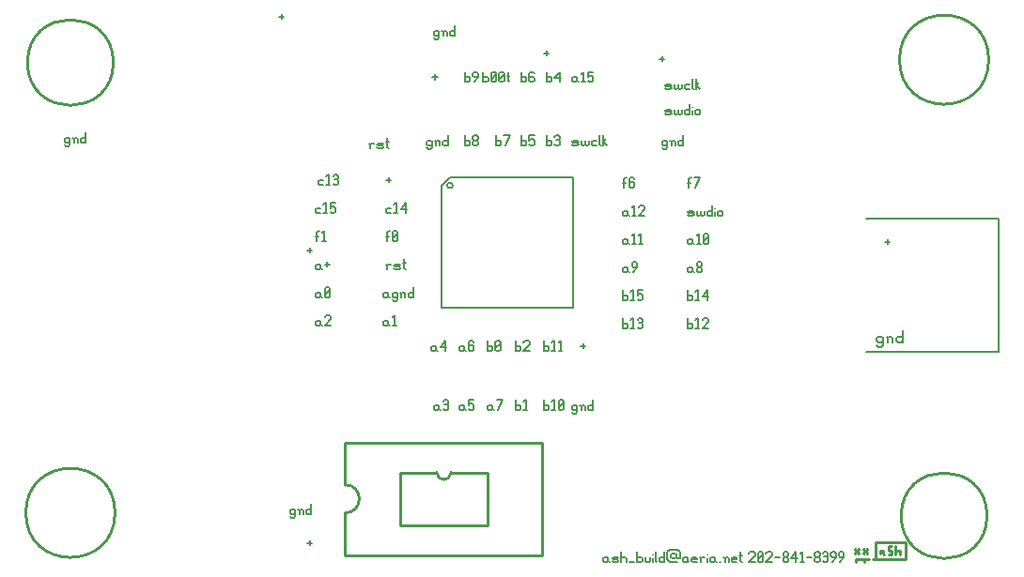
<source format=gbr>
G04 start of page 10 for group -4079 idx -4079 *
G04 Title: (unknown), topsilk *
G04 Creator: pcb 4.2.0 *
G04 CreationDate: Mon May  4 13:26:18 2020 UTC *
G04 For: xpi *
G04 Format: Gerber/RS-274X *
G04 PCB-Dimensions (mil): 3500.00 2000.00 *
G04 PCB-Coordinate-Origin: lower left *
%MOIN*%
%FSLAX25Y25*%
%LNTOPSILK*%
%ADD82C,0.0080*%
%ADD81C,0.0100*%
%ADD80C,0.0060*%
G54D80*X210320Y4360D02*X210760Y3920D01*
X209440Y4360D02*X210320D01*
X209000Y3920D02*X209440Y4360D01*
X209000Y3920D02*Y3040D01*
X209440Y2600D01*
X210760Y4360D02*Y3040D01*
X211200Y2600D01*
X209440D02*X210320D01*
X210760Y3040D01*
X212696Y2600D02*X214016D01*
X214456Y3040D01*
X214016Y3480D02*X214456Y3040D01*
X212696Y3480D02*X214016D01*
X212256Y3920D02*X212696Y3480D01*
X212256Y3920D02*X212696Y4360D01*
X214016D01*
X214456Y3920D01*
X212256Y3040D02*X212696Y2600D01*
X215512Y6120D02*Y2600D01*
Y3920D02*X215952Y4360D01*
X216832D01*
X217272Y3920D01*
Y2600D01*
X218328D02*X220088D01*
X221144Y6120D02*Y2600D01*
Y3040D02*X221584Y2600D01*
X222464D01*
X222904Y3040D01*
Y3920D02*Y3040D01*
X222464Y4360D02*X222904Y3920D01*
X221584Y4360D02*X222464D01*
X221144Y3920D02*X221584Y4360D01*
X223960D02*Y3040D01*
X224400Y2600D01*
X225280D01*
X225720Y3040D01*
Y4360D02*Y3040D01*
X226776Y5240D02*Y5152D01*
Y3920D02*Y2600D01*
X227656Y6120D02*Y3040D01*
X228096Y2600D01*
X230736Y6120D02*Y2600D01*
X230296D02*X230736Y3040D01*
X229416Y2600D02*X230296D01*
X228976Y3040D02*X229416Y2600D01*
X228976Y3920D02*Y3040D01*
Y3920D02*X229416Y4360D01*
X230296D01*
X230736Y3920D01*
X231792Y6120D02*Y3480D01*
X232672Y2600D01*
X235312D01*
X236192Y6120D02*Y3920D01*
Y6120D02*X235312Y7000D01*
X232672D02*X235312D01*
X232672D02*X231792Y6120D01*
X233112Y5240D02*Y4360D01*
X233552Y3920D01*
X234432D01*
X234872Y4360D01*
X235312Y3920D01*
X234872Y5680D02*Y4360D01*
Y5240D02*X234432Y5680D01*
X233552D02*X234432D01*
X233552D02*X233112Y5240D01*
X235312Y3920D02*X236192D01*
X238568Y4360D02*X239008Y3920D01*
X237688Y4360D02*X238568D01*
X237248Y3920D02*X237688Y4360D01*
X237248Y3920D02*Y3040D01*
X237688Y2600D01*
X239008Y4360D02*Y3040D01*
X239448Y2600D01*
X237688D02*X238568D01*
X239008Y3040D01*
X240944Y2600D02*X242264D01*
X240504Y3040D02*X240944Y2600D01*
X240504Y3920D02*Y3040D01*
Y3920D02*X240944Y4360D01*
X241824D01*
X242264Y3920D01*
X240504Y3480D02*X242264D01*
Y3920D02*Y3480D01*
X243760Y3920D02*Y2600D01*
Y3920D02*X244200Y4360D01*
X245080D01*
X243320D02*X243760Y3920D01*
X246136Y5240D02*Y5152D01*
Y3920D02*Y2600D01*
X248336Y4360D02*X248776Y3920D01*
X247456Y4360D02*X248336D01*
X247016Y3920D02*X247456Y4360D01*
X247016Y3920D02*Y3040D01*
X247456Y2600D01*
X248776Y4360D02*Y3040D01*
X249216Y2600D01*
X247456D02*X248336D01*
X248776Y3040D01*
X250272Y2600D02*X250712D01*
X252208Y3920D02*Y2600D01*
Y3920D02*X252648Y4360D01*
X253088D01*
X253528Y3920D01*
Y2600D01*
X251768Y4360D02*X252208Y3920D01*
X255024Y2600D02*X256344D01*
X254584Y3040D02*X255024Y2600D01*
X254584Y3920D02*Y3040D01*
Y3920D02*X255024Y4360D01*
X255904D01*
X256344Y3920D01*
X254584Y3480D02*X256344D01*
Y3920D02*Y3480D01*
X257840Y6120D02*Y3040D01*
X258280Y2600D01*
X257400Y4800D02*X258280D01*
X260744Y5680D02*X261184Y6120D01*
X262504D01*
X262944Y5680D01*
Y4800D01*
X260744Y2600D02*X262944Y4800D01*
X260744Y2600D02*X262944D01*
X264000Y3040D02*X264440Y2600D01*
X264000Y5680D02*Y3040D01*
Y5680D02*X264440Y6120D01*
X265320D01*
X265760Y5680D01*
Y3040D01*
X265320Y2600D02*X265760Y3040D01*
X264440Y2600D02*X265320D01*
X264000Y3480D02*X265760Y5240D01*
X266816Y5680D02*X267256Y6120D01*
X268576D01*
X269016Y5680D01*
Y4800D01*
X266816Y2600D02*X269016Y4800D01*
X266816Y2600D02*X269016D01*
X270072Y4360D02*X271832D01*
X272888Y3040D02*X273328Y2600D01*
X272888Y3744D02*Y3040D01*
Y3744D02*X273504Y4360D01*
X274032D01*
X274648Y3744D01*
Y3040D01*
X274208Y2600D02*X274648Y3040D01*
X273328Y2600D02*X274208D01*
X272888Y4976D02*X273504Y4360D01*
X272888Y5680D02*Y4976D01*
Y5680D02*X273328Y6120D01*
X274208D01*
X274648Y5680D01*
Y4976D01*
X274032Y4360D02*X274648Y4976D01*
X275704Y3920D02*X277464Y6120D01*
X275704Y3920D02*X277904D01*
X277464Y6120D02*Y2600D01*
X278960Y5416D02*X279664Y6120D01*
Y2600D01*
X278960D02*X280280D01*
X281336Y4360D02*X283096D01*
X284152Y3040D02*X284592Y2600D01*
X284152Y3744D02*Y3040D01*
Y3744D02*X284768Y4360D01*
X285296D01*
X285912Y3744D01*
Y3040D01*
X285472Y2600D02*X285912Y3040D01*
X284592Y2600D02*X285472D01*
X284152Y4976D02*X284768Y4360D01*
X284152Y5680D02*Y4976D01*
Y5680D02*X284592Y6120D01*
X285472D01*
X285912Y5680D01*
Y4976D01*
X285296Y4360D02*X285912Y4976D01*
X286968Y5680D02*X287408Y6120D01*
X288288D01*
X288728Y5680D01*
X288288Y2600D02*X288728Y3040D01*
X287408Y2600D02*X288288D01*
X286968Y3040D02*X287408Y2600D01*
Y4536D02*X288288D01*
X288728Y5680D02*Y4976D01*
Y4096D02*Y3040D01*
Y4096D02*X288288Y4536D01*
X288728Y4976D02*X288288Y4536D01*
X290224Y2600D02*X291544Y4360D01*
Y5680D02*Y4360D01*
X291104Y6120D02*X291544Y5680D01*
X290224Y6120D02*X291104D01*
X289784Y5680D02*X290224Y6120D01*
X289784Y5680D02*Y4800D01*
X290224Y4360D01*
X291544D01*
X293040Y2600D02*X294360Y4360D01*
Y5680D02*Y4360D01*
X293920Y6120D02*X294360Y5680D01*
X293040Y6120D02*X293920D01*
X292600Y5680D02*X293040Y6120D01*
X292600Y5680D02*Y4800D01*
X293040Y4360D01*
X294360D01*
X309000Y116360D02*X310760D01*
X309880Y117240D02*Y115480D01*
X307650Y82700D02*X308200Y82150D01*
X306550Y82700D02*X307650D01*
X306000Y82150D02*X306550Y82700D01*
X306000Y82150D02*Y81050D01*
X306550Y80500D01*
X307650D01*
X308200Y81050D01*
X306000Y79400D02*X306550Y78850D01*
X307650D01*
X308200Y79400D01*
Y82700D02*Y79400D01*
X310070Y82150D02*Y80500D01*
Y82150D02*X310620Y82700D01*
X311170D01*
X311720Y82150D01*
Y80500D01*
X309520Y82700D02*X310070Y82150D01*
X315240Y84900D02*Y80500D01*
X314690D02*X315240Y81050D01*
X313590Y80500D02*X314690D01*
X313040Y81050D02*X313590Y80500D01*
X313040Y82150D02*Y81050D01*
Y82150D02*X313590Y82700D01*
X314690D01*
X315240Y82150D01*
X239440Y125600D02*X240760D01*
X241200Y126040D01*
X240760Y126480D02*X241200Y126040D01*
X239440Y126480D02*X240760D01*
X239000Y126920D02*X239440Y126480D01*
X239000Y126920D02*X239440Y127360D01*
X240760D01*
X241200Y126920D01*
X239000Y126040D02*X239440Y125600D01*
X242256Y127360D02*Y126040D01*
X242696Y125600D01*
X243136D01*
X243576Y126040D01*
Y127360D02*Y126040D01*
X244016Y125600D01*
X244456D01*
X244896Y126040D01*
Y127360D02*Y126040D01*
X247712Y129120D02*Y125600D01*
X247272D02*X247712Y126040D01*
X246392Y125600D02*X247272D01*
X245952Y126040D02*X246392Y125600D01*
X245952Y126920D02*Y126040D01*
Y126920D02*X246392Y127360D01*
X247272D01*
X247712Y126920D01*
X248768Y128240D02*Y128152D01*
Y126920D02*Y125600D01*
X249648Y126920D02*Y126040D01*
Y126920D02*X250088Y127360D01*
X250968D01*
X251408Y126920D01*
Y126040D01*
X250968Y125600D02*X251408Y126040D01*
X250088Y125600D02*X250968D01*
X249648Y126040D02*X250088Y125600D01*
X240320Y117360D02*X240760Y116920D01*
X239440Y117360D02*X240320D01*
X239000Y116920D02*X239440Y117360D01*
X239000Y116920D02*Y116040D01*
X239440Y115600D01*
X240760Y117360D02*Y116040D01*
X241200Y115600D01*
X239440D02*X240320D01*
X240760Y116040D01*
X242256Y118416D02*X242960Y119120D01*
Y115600D01*
X242256D02*X243576D01*
X244632Y116040D02*X245072Y115600D01*
X244632Y118680D02*Y116040D01*
Y118680D02*X245072Y119120D01*
X245952D01*
X246392Y118680D01*
Y116040D01*
X245952Y115600D02*X246392Y116040D01*
X245072Y115600D02*X245952D01*
X244632Y116480D02*X246392Y118240D01*
X240320Y107360D02*X240760Y106920D01*
X239440Y107360D02*X240320D01*
X239000Y106920D02*X239440Y107360D01*
X239000Y106920D02*Y106040D01*
X239440Y105600D01*
X240760Y107360D02*Y106040D01*
X241200Y105600D01*
X239440D02*X240320D01*
X240760Y106040D01*
X242256D02*X242696Y105600D01*
X242256Y106744D02*Y106040D01*
Y106744D02*X242872Y107360D01*
X243400D01*
X244016Y106744D01*
Y106040D01*
X243576Y105600D02*X244016Y106040D01*
X242696Y105600D02*X243576D01*
X242256Y107976D02*X242872Y107360D01*
X242256Y108680D02*Y107976D01*
Y108680D02*X242696Y109120D01*
X243576D01*
X244016Y108680D01*
Y107976D01*
X243400Y107360D02*X244016Y107976D01*
X239000Y99120D02*Y95600D01*
Y96040D02*X239440Y95600D01*
X240320D01*
X240760Y96040D01*
Y96920D02*Y96040D01*
X240320Y97360D02*X240760Y96920D01*
X239440Y97360D02*X240320D01*
X239000Y96920D02*X239440Y97360D01*
X241816Y98416D02*X242520Y99120D01*
Y95600D01*
X241816D02*X243136D01*
X244192Y96920D02*X245952Y99120D01*
X244192Y96920D02*X246392D01*
X245952Y99120D02*Y95600D01*
X239000Y89120D02*Y85600D01*
Y86040D02*X239440Y85600D01*
X240320D01*
X240760Y86040D01*
Y86920D02*Y86040D01*
X240320Y87360D02*X240760Y86920D01*
X239440Y87360D02*X240320D01*
X239000Y86920D02*X239440Y87360D01*
X241816Y88416D02*X242520Y89120D01*
Y85600D01*
X241816D02*X243136D01*
X244192Y88680D02*X244632Y89120D01*
X245952D01*
X246392Y88680D01*
Y87800D01*
X244192Y85600D02*X246392Y87800D01*
X244192Y85600D02*X246392D01*
X216000Y89120D02*Y85600D01*
Y86040D02*X216440Y85600D01*
X217320D01*
X217760Y86040D01*
Y86920D02*Y86040D01*
X217320Y87360D02*X217760Y86920D01*
X216440Y87360D02*X217320D01*
X216000Y86920D02*X216440Y87360D01*
X218816Y88416D02*X219520Y89120D01*
Y85600D01*
X218816D02*X220136D01*
X221192Y88680D02*X221632Y89120D01*
X222512D01*
X222952Y88680D01*
X222512Y85600D02*X222952Y86040D01*
X221632Y85600D02*X222512D01*
X221192Y86040D02*X221632Y85600D01*
Y87536D02*X222512D01*
X222952Y88680D02*Y87976D01*
Y87096D02*Y86040D01*
Y87096D02*X222512Y87536D01*
X222952Y87976D02*X222512Y87536D01*
X216000Y99120D02*Y95600D01*
Y96040D02*X216440Y95600D01*
X217320D01*
X217760Y96040D01*
Y96920D02*Y96040D01*
X217320Y97360D02*X217760Y96920D01*
X216440Y97360D02*X217320D01*
X216000Y96920D02*X216440Y97360D01*
X218816Y98416D02*X219520Y99120D01*
Y95600D01*
X218816D02*X220136D01*
X221192Y99120D02*X222952D01*
X221192D02*Y97360D01*
X221632Y97800D01*
X222512D01*
X222952Y97360D01*
Y96040D01*
X222512Y95600D02*X222952Y96040D01*
X221632Y95600D02*X222512D01*
X221192Y96040D02*X221632Y95600D01*
X217320Y107360D02*X217760Y106920D01*
X216440Y107360D02*X217320D01*
X216000Y106920D02*X216440Y107360D01*
X216000Y106920D02*Y106040D01*
X216440Y105600D01*
X217760Y107360D02*Y106040D01*
X218200Y105600D01*
X216440D02*X217320D01*
X217760Y106040D01*
X219696Y105600D02*X221016Y107360D01*
Y108680D02*Y107360D01*
X220576Y109120D02*X221016Y108680D01*
X219696Y109120D02*X220576D01*
X219256Y108680D02*X219696Y109120D01*
X219256Y108680D02*Y107800D01*
X219696Y107360D01*
X221016D01*
X217320Y117360D02*X217760Y116920D01*
X216440Y117360D02*X217320D01*
X216000Y116920D02*X216440Y117360D01*
X216000Y116920D02*Y116040D01*
X216440Y115600D01*
X217760Y117360D02*Y116040D01*
X218200Y115600D01*
X216440D02*X217320D01*
X217760Y116040D01*
X219256Y118416D02*X219960Y119120D01*
Y115600D01*
X219256D02*X220576D01*
X221632Y118416D02*X222336Y119120D01*
Y115600D01*
X221632D02*X222952D01*
X217320Y127360D02*X217760Y126920D01*
X216440Y127360D02*X217320D01*
X216000Y126920D02*X216440Y127360D01*
X216000Y126920D02*Y126040D01*
X216440Y125600D01*
X217760Y127360D02*Y126040D01*
X218200Y125600D01*
X216440D02*X217320D01*
X217760Y126040D01*
X219256Y128416D02*X219960Y129120D01*
Y125600D01*
X219256D02*X220576D01*
X221632Y128680D02*X222072Y129120D01*
X223392D01*
X223832Y128680D01*
Y127800D01*
X221632Y125600D02*X223832Y127800D01*
X221632Y125600D02*X223832D01*
X132000Y138360D02*X133760D01*
X132880Y139240D02*Y137480D01*
X132440Y128360D02*X133760D01*
X132000Y127920D02*X132440Y128360D01*
X132000Y127920D02*Y127040D01*
X132440Y126600D01*
X133760D01*
X134816Y129416D02*X135520Y130120D01*
Y126600D01*
X134816D02*X136136D01*
X137192Y127920D02*X138952Y130120D01*
X137192Y127920D02*X139392D01*
X138952Y130120D02*Y126600D01*
X132440Y119680D02*Y116600D01*
Y119680D02*X132880Y120120D01*
X133320D01*
X132000Y118360D02*X132880D01*
X134200Y117040D02*X134640Y116600D01*
X134200Y119680D02*Y117040D01*
Y119680D02*X134640Y120120D01*
X135520D01*
X135960Y119680D01*
Y117040D01*
X135520Y116600D02*X135960Y117040D01*
X134640Y116600D02*X135520D01*
X134200Y117480D02*X135960Y119240D01*
X132440Y107920D02*Y106600D01*
Y107920D02*X132880Y108360D01*
X133760D01*
X132000D02*X132440Y107920D01*
X135256Y106600D02*X136576D01*
X137016Y107040D01*
X136576Y107480D02*X137016Y107040D01*
X135256Y107480D02*X136576D01*
X134816Y107920D02*X135256Y107480D01*
X134816Y107920D02*X135256Y108360D01*
X136576D01*
X137016Y107920D01*
X134816Y107040D02*X135256Y106600D01*
X138512Y110120D02*Y107040D01*
X138952Y106600D01*
X138072Y108800D02*X138952D01*
X132320Y98360D02*X132760Y97920D01*
X131440Y98360D02*X132320D01*
X131000Y97920D02*X131440Y98360D01*
X131000Y97920D02*Y97040D01*
X131440Y96600D01*
X132760Y98360D02*Y97040D01*
X133200Y96600D01*
X131440D02*X132320D01*
X132760Y97040D01*
X135576Y98360D02*X136016Y97920D01*
X134696Y98360D02*X135576D01*
X134256Y97920D02*X134696Y98360D01*
X134256Y97920D02*Y97040D01*
X134696Y96600D01*
X135576D01*
X136016Y97040D01*
X134256Y95720D02*X134696Y95280D01*
X135576D01*
X136016Y95720D01*
Y98360D02*Y95720D01*
X137512Y97920D02*Y96600D01*
Y97920D02*X137952Y98360D01*
X138392D01*
X138832Y97920D01*
Y96600D01*
X137072Y98360D02*X137512Y97920D01*
X141648Y100120D02*Y96600D01*
X141208D02*X141648Y97040D01*
X140328Y96600D02*X141208D01*
X139888Y97040D02*X140328Y96600D01*
X139888Y97920D02*Y97040D01*
Y97920D02*X140328Y98360D01*
X141208D01*
X141648Y97920D01*
X107440Y128360D02*X108760D01*
X107000Y127920D02*X107440Y128360D01*
X107000Y127920D02*Y127040D01*
X107440Y126600D01*
X108760D01*
X109816Y129416D02*X110520Y130120D01*
Y126600D01*
X109816D02*X111136D01*
X112192Y130120D02*X113952D01*
X112192D02*Y128360D01*
X112632Y128800D01*
X113512D01*
X113952Y128360D01*
Y127040D01*
X113512Y126600D02*X113952Y127040D01*
X112632Y126600D02*X113512D01*
X112192Y127040D02*X112632Y126600D01*
X107440Y119680D02*Y116600D01*
Y119680D02*X107880Y120120D01*
X108320D01*
X107000Y118360D02*X107880D01*
X109200Y119416D02*X109904Y120120D01*
Y116600D01*
X109200D02*X110520D01*
X108320Y108360D02*X108760Y107920D01*
X107440Y108360D02*X108320D01*
X107000Y107920D02*X107440Y108360D01*
X107000Y107920D02*Y107040D01*
X107440Y106600D01*
X108760Y108360D02*Y107040D01*
X109200Y106600D01*
X107440D02*X108320D01*
X108760Y107040D01*
X110256Y108360D02*X112016D01*
X111136Y109240D02*Y107480D01*
X108320Y98360D02*X108760Y97920D01*
X107440Y98360D02*X108320D01*
X107000Y97920D02*X107440Y98360D01*
X107000Y97920D02*Y97040D01*
X107440Y96600D01*
X108760Y98360D02*Y97040D01*
X109200Y96600D01*
X107440D02*X108320D01*
X108760Y97040D01*
X110256D02*X110696Y96600D01*
X110256Y99680D02*Y97040D01*
Y99680D02*X110696Y100120D01*
X111576D01*
X112016Y99680D01*
Y97040D01*
X111576Y96600D02*X112016Y97040D01*
X110696Y96600D02*X111576D01*
X110256Y97480D02*X112016Y99240D01*
X108320Y88360D02*X108760Y87920D01*
X107440Y88360D02*X108320D01*
X107000Y87920D02*X107440Y88360D01*
X107000Y87920D02*Y87040D01*
X107440Y86600D01*
X108760Y88360D02*Y87040D01*
X109200Y86600D01*
X107440D02*X108320D01*
X108760Y87040D01*
X110256Y89680D02*X110696Y90120D01*
X112016D01*
X112456Y89680D01*
Y88800D01*
X110256Y86600D02*X112456Y88800D01*
X110256Y86600D02*X112456D01*
X99320Y21360D02*X99760Y20920D01*
X98440Y21360D02*X99320D01*
X98000Y20920D02*X98440Y21360D01*
X98000Y20920D02*Y20040D01*
X98440Y19600D01*
X99320D01*
X99760Y20040D01*
X98000Y18720D02*X98440Y18280D01*
X99320D01*
X99760Y18720D01*
Y21360D02*Y18720D01*
X101256Y20920D02*Y19600D01*
Y20920D02*X101696Y21360D01*
X102136D01*
X102576Y20920D01*
Y19600D01*
X100816Y21360D02*X101256Y20920D01*
X105392Y23120D02*Y19600D01*
X104952D02*X105392Y20040D01*
X104072Y19600D02*X104952D01*
X103632Y20040D02*X104072Y19600D01*
X103632Y20920D02*Y20040D01*
Y20920D02*X104072Y21360D01*
X104952D01*
X105392Y20920D01*
X104000Y9360D02*X105760D01*
X104880Y10240D02*Y8480D01*
X104000Y113360D02*X105760D01*
X104880Y114240D02*Y112480D01*
X108440Y138360D02*X109760D01*
X108000Y137920D02*X108440Y138360D01*
X108000Y137920D02*Y137040D01*
X108440Y136600D01*
X109760D01*
X110816Y139416D02*X111520Y140120D01*
Y136600D01*
X110816D02*X112136D01*
X113192Y139680D02*X113632Y140120D01*
X114512D01*
X114952Y139680D01*
X114512Y136600D02*X114952Y137040D01*
X113632Y136600D02*X114512D01*
X113192Y137040D02*X113632Y136600D01*
Y138536D02*X114512D01*
X114952Y139680D02*Y138976D01*
Y138096D02*Y137040D01*
Y138096D02*X114512Y138536D01*
X114952Y138976D02*X114512Y138536D01*
X239440Y138680D02*Y135600D01*
Y138680D02*X239880Y139120D01*
X240320D01*
X239000Y137360D02*X239880D01*
X241640Y135600D02*X243400Y139120D01*
X241200D02*X243400D01*
X216440Y138680D02*Y135600D01*
Y138680D02*X216880Y139120D01*
X217320D01*
X216000Y137360D02*X216880D01*
X219520Y139120D02*X219960Y138680D01*
X218640Y139120D02*X219520D01*
X218200Y138680D02*X218640Y139120D01*
X218200Y138680D02*Y136040D01*
X218640Y135600D01*
X219520Y137536D02*X219960Y137096D01*
X218200Y137536D02*X219520D01*
X218640Y135600D02*X219520D01*
X219960Y136040D01*
Y137096D02*Y136040D01*
X148500Y174860D02*X150260D01*
X149380Y175740D02*Y173980D01*
X166500Y176620D02*Y173100D01*
Y173540D02*X166940Y173100D01*
X167820D01*
X168260Y173540D01*
Y174420D02*Y173540D01*
X167820Y174860D02*X168260Y174420D01*
X166940Y174860D02*X167820D01*
X166500Y174420D02*X166940Y174860D01*
X169316Y173540D02*X169756Y173100D01*
X169316Y176180D02*Y173540D01*
Y176180D02*X169756Y176620D01*
X170636D01*
X171076Y176180D01*
Y173540D01*
X170636Y173100D02*X171076Y173540D01*
X169756Y173100D02*X170636D01*
X169316Y173980D02*X171076Y175740D01*
X172132Y173540D02*X172572Y173100D01*
X172132Y176180D02*Y173540D01*
Y176180D02*X172572Y176620D01*
X173452D01*
X173892Y176180D01*
Y173540D01*
X173452Y173100D02*X173892Y173540D01*
X172572Y173100D02*X173452D01*
X172132Y173980D02*X173892Y175740D01*
X175388Y176620D02*Y173540D01*
X175828Y173100D01*
X174948Y175300D02*X175828D01*
X160000Y176620D02*Y173100D01*
Y173540D02*X160440Y173100D01*
X161320D01*
X161760Y173540D01*
Y174420D02*Y173540D01*
X161320Y174860D02*X161760Y174420D01*
X160440Y174860D02*X161320D01*
X160000Y174420D02*X160440Y174860D01*
X163256Y173100D02*X164576Y174860D01*
Y176180D02*Y174860D01*
X164136Y176620D02*X164576Y176180D01*
X163256Y176620D02*X164136D01*
X162816Y176180D02*X163256Y176620D01*
X162816Y176180D02*Y175300D01*
X163256Y174860D01*
X164576D01*
X160000Y154120D02*Y150600D01*
Y151040D02*X160440Y150600D01*
X161320D01*
X161760Y151040D01*
Y151920D02*Y151040D01*
X161320Y152360D02*X161760Y151920D01*
X160440Y152360D02*X161320D01*
X160000Y151920D02*X160440Y152360D01*
X162816Y151040D02*X163256Y150600D01*
X162816Y151744D02*Y151040D01*
Y151744D02*X163432Y152360D01*
X163960D01*
X164576Y151744D01*
Y151040D01*
X164136Y150600D02*X164576Y151040D01*
X163256Y150600D02*X164136D01*
X162816Y152976D02*X163432Y152360D01*
X162816Y153680D02*Y152976D01*
Y153680D02*X163256Y154120D01*
X164136D01*
X164576Y153680D01*
Y152976D01*
X163960Y152360D02*X164576Y152976D01*
X171000Y154120D02*Y150600D01*
Y151040D02*X171440Y150600D01*
X172320D01*
X172760Y151040D01*
Y151920D02*Y151040D01*
X172320Y152360D02*X172760Y151920D01*
X171440Y152360D02*X172320D01*
X171000Y151920D02*X171440Y152360D01*
X174256Y150600D02*X176016Y154120D01*
X173816D02*X176016D01*
X147820Y152360D02*X148260Y151920D01*
X146940Y152360D02*X147820D01*
X146500Y151920D02*X146940Y152360D01*
X146500Y151920D02*Y151040D01*
X146940Y150600D01*
X147820D01*
X148260Y151040D01*
X146500Y149720D02*X146940Y149280D01*
X147820D01*
X148260Y149720D01*
Y152360D02*Y149720D01*
X149756Y151920D02*Y150600D01*
Y151920D02*X150196Y152360D01*
X150636D01*
X151076Y151920D01*
Y150600D01*
X149316Y152360D02*X149756Y151920D01*
X153892Y154120D02*Y150600D01*
X153452D02*X153892Y151040D01*
X152572Y150600D02*X153452D01*
X152132Y151040D02*X152572Y150600D01*
X152132Y151920D02*Y151040D01*
Y151920D02*X152572Y152360D01*
X153452D01*
X153892Y151920D01*
X126440Y150920D02*Y149600D01*
Y150920D02*X126880Y151360D01*
X127760D01*
X126000D02*X126440Y150920D01*
X129256Y149600D02*X130576D01*
X131016Y150040D01*
X130576Y150480D02*X131016Y150040D01*
X129256Y150480D02*X130576D01*
X128816Y150920D02*X129256Y150480D01*
X128816Y150920D02*X129256Y151360D01*
X130576D01*
X131016Y150920D01*
X128816Y150040D02*X129256Y149600D01*
X132512Y153120D02*Y150040D01*
X132952Y149600D01*
X132072Y151800D02*X132952D01*
X19320Y153360D02*X19760Y152920D01*
X18440Y153360D02*X19320D01*
X18000Y152920D02*X18440Y153360D01*
X18000Y152920D02*Y152040D01*
X18440Y151600D01*
X19320D01*
X19760Y152040D01*
X18000Y150720D02*X18440Y150280D01*
X19320D01*
X19760Y150720D01*
Y153360D02*Y150720D01*
X21256Y152920D02*Y151600D01*
Y152920D02*X21696Y153360D01*
X22136D01*
X22576Y152920D01*
Y151600D01*
X20816Y153360D02*X21256Y152920D01*
X25392Y155120D02*Y151600D01*
X24952D02*X25392Y152040D01*
X24072Y151600D02*X24952D01*
X23632Y152040D02*X24072Y151600D01*
X23632Y152920D02*Y152040D01*
Y152920D02*X24072Y153360D01*
X24952D01*
X25392Y152920D01*
X231320Y152360D02*X231760Y151920D01*
X230440Y152360D02*X231320D01*
X230000Y151920D02*X230440Y152360D01*
X230000Y151920D02*Y151040D01*
X230440Y150600D01*
X231320D01*
X231760Y151040D01*
X230000Y149720D02*X230440Y149280D01*
X231320D01*
X231760Y149720D01*
Y152360D02*Y149720D01*
X233256Y151920D02*Y150600D01*
Y151920D02*X233696Y152360D01*
X234136D01*
X234576Y151920D01*
Y150600D01*
X232816Y152360D02*X233256Y151920D01*
X237392Y154120D02*Y150600D01*
X236952D02*X237392Y151040D01*
X236072Y150600D02*X236952D01*
X235632Y151040D02*X236072Y150600D01*
X235632Y151920D02*Y151040D01*
Y151920D02*X236072Y152360D01*
X236952D01*
X237392Y151920D01*
X132320Y88360D02*X132760Y87920D01*
X131440Y88360D02*X132320D01*
X131000Y87920D02*X131440Y88360D01*
X131000Y87920D02*Y87040D01*
X131440Y86600D01*
X132760Y88360D02*Y87040D01*
X133200Y86600D01*
X131440D02*X132320D01*
X132760Y87040D01*
X134256Y89416D02*X134960Y90120D01*
Y86600D01*
X134256D02*X135576D01*
X159320Y79360D02*X159760Y78920D01*
X158440Y79360D02*X159320D01*
X158000Y78920D02*X158440Y79360D01*
X158000Y78920D02*Y78040D01*
X158440Y77600D01*
X159760Y79360D02*Y78040D01*
X160200Y77600D01*
X158440D02*X159320D01*
X159760Y78040D01*
X162576Y81120D02*X163016Y80680D01*
X161696Y81120D02*X162576D01*
X161256Y80680D02*X161696Y81120D01*
X161256Y80680D02*Y78040D01*
X161696Y77600D01*
X162576Y79536D02*X163016Y79096D01*
X161256Y79536D02*X162576D01*
X161696Y77600D02*X162576D01*
X163016Y78040D01*
Y79096D02*Y78040D01*
X149320Y79360D02*X149760Y78920D01*
X148440Y79360D02*X149320D01*
X148000Y78920D02*X148440Y79360D01*
X148000Y78920D02*Y78040D01*
X148440Y77600D01*
X149760Y79360D02*Y78040D01*
X150200Y77600D01*
X148440D02*X149320D01*
X149760Y78040D01*
X151256Y78920D02*X153016Y81120D01*
X151256Y78920D02*X153456D01*
X153016Y81120D02*Y77600D01*
X150320Y58360D02*X150760Y57920D01*
X149440Y58360D02*X150320D01*
X149000Y57920D02*X149440Y58360D01*
X149000Y57920D02*Y57040D01*
X149440Y56600D01*
X150760Y58360D02*Y57040D01*
X151200Y56600D01*
X149440D02*X150320D01*
X150760Y57040D01*
X152256Y59680D02*X152696Y60120D01*
X153576D01*
X154016Y59680D01*
X153576Y56600D02*X154016Y57040D01*
X152696Y56600D02*X153576D01*
X152256Y57040D02*X152696Y56600D01*
Y58536D02*X153576D01*
X154016Y59680D02*Y58976D01*
Y58096D02*Y57040D01*
Y58096D02*X153576Y58536D01*
X154016Y58976D02*X153576Y58536D01*
X159320Y58360D02*X159760Y57920D01*
X158440Y58360D02*X159320D01*
X158000Y57920D02*X158440Y58360D01*
X158000Y57920D02*Y57040D01*
X158440Y56600D01*
X159760Y58360D02*Y57040D01*
X160200Y56600D01*
X158440D02*X159320D01*
X159760Y57040D01*
X161256Y60120D02*X163016D01*
X161256D02*Y58360D01*
X161696Y58800D01*
X162576D01*
X163016Y58360D01*
Y57040D01*
X162576Y56600D02*X163016Y57040D01*
X161696Y56600D02*X162576D01*
X161256Y57040D02*X161696Y56600D01*
X169320Y58360D02*X169760Y57920D01*
X168440Y58360D02*X169320D01*
X168000Y57920D02*X168440Y58360D01*
X168000Y57920D02*Y57040D01*
X168440Y56600D01*
X169760Y58360D02*Y57040D01*
X170200Y56600D01*
X168440D02*X169320D01*
X169760Y57040D01*
X171696Y56600D02*X173456Y60120D01*
X171256D02*X173456D01*
X178000D02*Y56600D01*
Y57040D02*X178440Y56600D01*
X179320D01*
X179760Y57040D01*
Y57920D02*Y57040D01*
X179320Y58360D02*X179760Y57920D01*
X178440Y58360D02*X179320D01*
X178000Y57920D02*X178440Y58360D01*
X180816Y59416D02*X181520Y60120D01*
Y56600D01*
X180816D02*X182136D01*
X188000Y60120D02*Y56600D01*
Y57040D02*X188440Y56600D01*
X189320D01*
X189760Y57040D01*
Y57920D02*Y57040D01*
X189320Y58360D02*X189760Y57920D01*
X188440Y58360D02*X189320D01*
X188000Y57920D02*X188440Y58360D01*
X190816Y59416D02*X191520Y60120D01*
Y56600D01*
X190816D02*X192136D01*
X193192Y57040D02*X193632Y56600D01*
X193192Y59680D02*Y57040D01*
Y59680D02*X193632Y60120D01*
X194512D01*
X194952Y59680D01*
Y57040D01*
X194512Y56600D02*X194952Y57040D01*
X193632Y56600D02*X194512D01*
X193192Y57480D02*X194952Y59240D01*
X199320Y58360D02*X199760Y57920D01*
X198440Y58360D02*X199320D01*
X198000Y57920D02*X198440Y58360D01*
X198000Y57920D02*Y57040D01*
X198440Y56600D01*
X199320D01*
X199760Y57040D01*
X198000Y55720D02*X198440Y55280D01*
X199320D01*
X199760Y55720D01*
Y58360D02*Y55720D01*
X201256Y57920D02*Y56600D01*
Y57920D02*X201696Y58360D01*
X202136D01*
X202576Y57920D01*
Y56600D01*
X200816Y58360D02*X201256Y57920D01*
X205392Y60120D02*Y56600D01*
X204952D02*X205392Y57040D01*
X204072Y56600D02*X204952D01*
X203632Y57040D02*X204072Y56600D01*
X203632Y57920D02*Y57040D01*
Y57920D02*X204072Y58360D01*
X204952D01*
X205392Y57920D01*
X188000Y81120D02*Y77600D01*
Y78040D02*X188440Y77600D01*
X189320D01*
X189760Y78040D01*
Y78920D02*Y78040D01*
X189320Y79360D02*X189760Y78920D01*
X188440Y79360D02*X189320D01*
X188000Y78920D02*X188440Y79360D01*
X190816Y80416D02*X191520Y81120D01*
Y77600D01*
X190816D02*X192136D01*
X193192Y80416D02*X193896Y81120D01*
Y77600D01*
X193192D02*X194512D01*
X178000Y81120D02*Y77600D01*
Y78040D02*X178440Y77600D01*
X179320D01*
X179760Y78040D01*
Y78920D02*Y78040D01*
X179320Y79360D02*X179760Y78920D01*
X178440Y79360D02*X179320D01*
X178000Y78920D02*X178440Y79360D01*
X180816Y80680D02*X181256Y81120D01*
X182576D01*
X183016Y80680D01*
Y79800D01*
X180816Y77600D02*X183016Y79800D01*
X180816Y77600D02*X183016D01*
X168000Y81120D02*Y77600D01*
Y78040D02*X168440Y77600D01*
X169320D01*
X169760Y78040D01*
Y78920D02*Y78040D01*
X169320Y79360D02*X169760Y78920D01*
X168440Y79360D02*X169320D01*
X168000Y78920D02*X168440Y79360D01*
X170816Y78040D02*X171256Y77600D01*
X170816Y80680D02*Y78040D01*
Y80680D02*X171256Y81120D01*
X172136D01*
X172576Y80680D01*
Y78040D01*
X172136Y77600D02*X172576Y78040D01*
X171256Y77600D02*X172136D01*
X170816Y78480D02*X172576Y80240D01*
X201000Y79360D02*X202760D01*
X201880Y80240D02*Y78480D01*
X180000Y154120D02*Y150600D01*
Y151040D02*X180440Y150600D01*
X181320D01*
X181760Y151040D01*
Y151920D02*Y151040D01*
X181320Y152360D02*X181760Y151920D01*
X180440Y152360D02*X181320D01*
X180000Y151920D02*X180440Y152360D01*
X182816Y154120D02*X184576D01*
X182816D02*Y152360D01*
X183256Y152800D01*
X184136D01*
X184576Y152360D01*
Y151040D01*
X184136Y150600D02*X184576Y151040D01*
X183256Y150600D02*X184136D01*
X182816Y151040D02*X183256Y150600D01*
X189000Y176620D02*Y173100D01*
Y173540D02*X189440Y173100D01*
X190320D01*
X190760Y173540D01*
Y174420D02*Y173540D01*
X190320Y174860D02*X190760Y174420D01*
X189440Y174860D02*X190320D01*
X189000Y174420D02*X189440Y174860D01*
X191816Y174420D02*X193576Y176620D01*
X191816Y174420D02*X194016D01*
X193576Y176620D02*Y173100D01*
X189000Y154120D02*Y150600D01*
Y151040D02*X189440Y150600D01*
X190320D01*
X190760Y151040D01*
Y151920D02*Y151040D01*
X190320Y152360D02*X190760Y151920D01*
X189440Y152360D02*X190320D01*
X189000Y151920D02*X189440Y152360D01*
X191816Y153680D02*X192256Y154120D01*
X193136D01*
X193576Y153680D01*
X193136Y150600D02*X193576Y151040D01*
X192256Y150600D02*X193136D01*
X191816Y151040D02*X192256Y150600D01*
Y152536D02*X193136D01*
X193576Y153680D02*Y152976D01*
Y152096D02*Y151040D01*
Y152096D02*X193136Y152536D01*
X193576Y152976D02*X193136Y152536D01*
X198440Y150600D02*X199760D01*
X200200Y151040D01*
X199760Y151480D02*X200200Y151040D01*
X198440Y151480D02*X199760D01*
X198000Y151920D02*X198440Y151480D01*
X198000Y151920D02*X198440Y152360D01*
X199760D01*
X200200Y151920D01*
X198000Y151040D02*X198440Y150600D01*
X201256Y152360D02*Y151040D01*
X201696Y150600D01*
X202136D01*
X202576Y151040D01*
Y152360D02*Y151040D01*
X203016Y150600D01*
X203456D01*
X203896Y151040D01*
Y152360D02*Y151040D01*
X205392Y152360D02*X206712D01*
X204952Y151920D02*X205392Y152360D01*
X204952Y151920D02*Y151040D01*
X205392Y150600D01*
X206712D01*
X207768Y154120D02*Y151040D01*
X208208Y150600D01*
X209088Y154120D02*Y150600D01*
Y151920D02*X210408Y150600D01*
X209088Y151920D02*X209968Y152800D01*
X180000Y176620D02*Y173100D01*
Y173540D02*X180440Y173100D01*
X181320D01*
X181760Y173540D01*
Y174420D02*Y173540D01*
X181320Y174860D02*X181760Y174420D01*
X180440Y174860D02*X181320D01*
X180000Y174420D02*X180440Y174860D01*
X184136Y176620D02*X184576Y176180D01*
X183256Y176620D02*X184136D01*
X182816Y176180D02*X183256Y176620D01*
X182816Y176180D02*Y173540D01*
X183256Y173100D01*
X184136Y175036D02*X184576Y174596D01*
X182816Y175036D02*X184136D01*
X183256Y173100D02*X184136D01*
X184576Y173540D01*
Y174596D02*Y173540D01*
X199320Y174860D02*X199760Y174420D01*
X198440Y174860D02*X199320D01*
X198000Y174420D02*X198440Y174860D01*
X198000Y174420D02*Y173540D01*
X198440Y173100D01*
X199760Y174860D02*Y173540D01*
X200200Y173100D01*
X198440D02*X199320D01*
X199760Y173540D01*
X201256Y175916D02*X201960Y176620D01*
Y173100D01*
X201256D02*X202576D01*
X203632Y176620D02*X205392D01*
X203632D02*Y174860D01*
X204072Y175300D01*
X204952D01*
X205392Y174860D01*
Y173540D01*
X204952Y173100D02*X205392Y173540D01*
X204072Y173100D02*X204952D01*
X203632Y173540D02*X204072Y173100D01*
X231440Y161600D02*X232760D01*
X233200Y162040D01*
X232760Y162480D02*X233200Y162040D01*
X231440Y162480D02*X232760D01*
X231000Y162920D02*X231440Y162480D01*
X231000Y162920D02*X231440Y163360D01*
X232760D01*
X233200Y162920D01*
X231000Y162040D02*X231440Y161600D01*
X234256Y163360D02*Y162040D01*
X234696Y161600D01*
X235136D01*
X235576Y162040D01*
Y163360D02*Y162040D01*
X236016Y161600D01*
X236456D01*
X236896Y162040D01*
Y163360D02*Y162040D01*
X239712Y165120D02*Y161600D01*
X239272D02*X239712Y162040D01*
X238392Y161600D02*X239272D01*
X237952Y162040D02*X238392Y161600D01*
X237952Y162920D02*Y162040D01*
Y162920D02*X238392Y163360D01*
X239272D01*
X239712Y162920D01*
X240768Y164240D02*Y164152D01*
Y162920D02*Y161600D01*
X241648Y162920D02*Y162040D01*
Y162920D02*X242088Y163360D01*
X242968D01*
X243408Y162920D01*
Y162040D01*
X242968Y161600D02*X243408Y162040D01*
X242088Y161600D02*X242968D01*
X241648Y162040D02*X242088Y161600D01*
X231440Y170600D02*X232760D01*
X233200Y171040D01*
X232760Y171480D02*X233200Y171040D01*
X231440Y171480D02*X232760D01*
X231000Y171920D02*X231440Y171480D01*
X231000Y171920D02*X231440Y172360D01*
X232760D01*
X233200Y171920D01*
X231000Y171040D02*X231440Y170600D01*
X234256Y172360D02*Y171040D01*
X234696Y170600D01*
X235136D01*
X235576Y171040D01*
Y172360D02*Y171040D01*
X236016Y170600D01*
X236456D01*
X236896Y171040D01*
Y172360D02*Y171040D01*
X238392Y172360D02*X239712D01*
X237952Y171920D02*X238392Y172360D01*
X237952Y171920D02*Y171040D01*
X238392Y170600D01*
X239712D01*
X240768Y174120D02*Y171040D01*
X241208Y170600D01*
X242088Y174120D02*Y170600D01*
Y171920D02*X243408Y170600D01*
X242088Y171920D02*X242968Y172800D01*
X229000Y181360D02*X230760D01*
X229880Y182240D02*Y180480D01*
X150320Y191360D02*X150760Y190920D01*
X149440Y191360D02*X150320D01*
X149000Y190920D02*X149440Y191360D01*
X149000Y190920D02*Y190040D01*
X149440Y189600D01*
X150320D01*
X150760Y190040D01*
X149000Y188720D02*X149440Y188280D01*
X150320D01*
X150760Y188720D01*
Y191360D02*Y188720D01*
X152256Y190920D02*Y189600D01*
Y190920D02*X152696Y191360D01*
X153136D01*
X153576Y190920D01*
Y189600D01*
X151816Y191360D02*X152256Y190920D01*
X156392Y193120D02*Y189600D01*
X155952D02*X156392Y190040D01*
X155072Y189600D02*X155952D01*
X154632Y190040D02*X155072Y189600D01*
X154632Y190920D02*Y190040D01*
Y190920D02*X155072Y191360D01*
X155952D01*
X156392Y190920D01*
X188000Y183360D02*X189760D01*
X188880Y184240D02*Y182480D01*
X94000Y196360D02*X95760D01*
X94880Y197240D02*Y195480D01*
G54D81*X314764Y19000D02*G75*G03X314764Y19000I15236J0D01*G01*
X314174Y181000D02*G75*G03X314174Y181000I15826J0D01*G01*
X316305Y9603D02*Y3603D01*
X301805Y2603D02*Y3603D01*
X314305Y6603D02*Y5103D01*
X298305Y7103D02*X299805Y5603D01*
X308305D02*X308805Y5103D01*
X311305Y8103D02*X310305D01*
Y6603D01*
X301305Y7103D02*X302805Y5603D01*
X316305Y3603D02*X304805D01*
X299805Y7103D02*X298305Y5603D01*
X313305Y6603D02*X314305D01*
X310305D02*X311305D01*
X305805Y9603D02*X316305D01*
X307305Y5603D02*Y6603D01*
X308305D01*
X298805Y3603D02*X303305D01*
X298805D02*Y2603D01*
X308305Y6603D02*Y5603D01*
X305805Y4103D02*Y9603D01*
X311305Y5103D02*X310305D01*
X311305Y6603D02*Y5103D01*
X302805Y7103D02*X301305Y5603D01*
X312805Y8103D02*Y5103D01*
G54D80*X349457Y124559D02*Y77315D01*
X302213Y124559D02*X349457D01*
X302213Y77315D02*X349457D01*
G54D81*X4764Y180000D02*G75*G03X4764Y180000I15236J0D01*G01*
X4174Y20000D02*G75*G03X4174Y20000I15826J0D01*G01*
G54D82*X154678Y139222D02*X198222D01*
Y92778D01*
X151778D01*
Y136322D01*
X154678Y139222D01*
X153678Y136322D02*G75*G03X153678Y136322I1000J0D01*G01*
G54D81*X136934Y34326D02*Y15674D01*
X168066D01*
Y34326D01*
X136934D02*X150000D01*
X168066D02*X155000D01*
X150000D02*G75*G03X155000Y34326I2500J0D01*G01*
X117500Y5000D02*X187500D01*
Y45000D02*Y5000D01*
X117500Y45000D02*X187500D01*
X117500Y20000D02*Y5000D01*
Y45000D02*Y30000D01*
Y20000D02*G75*G03X117500Y30000I0J5000D01*G01*
M02*

</source>
